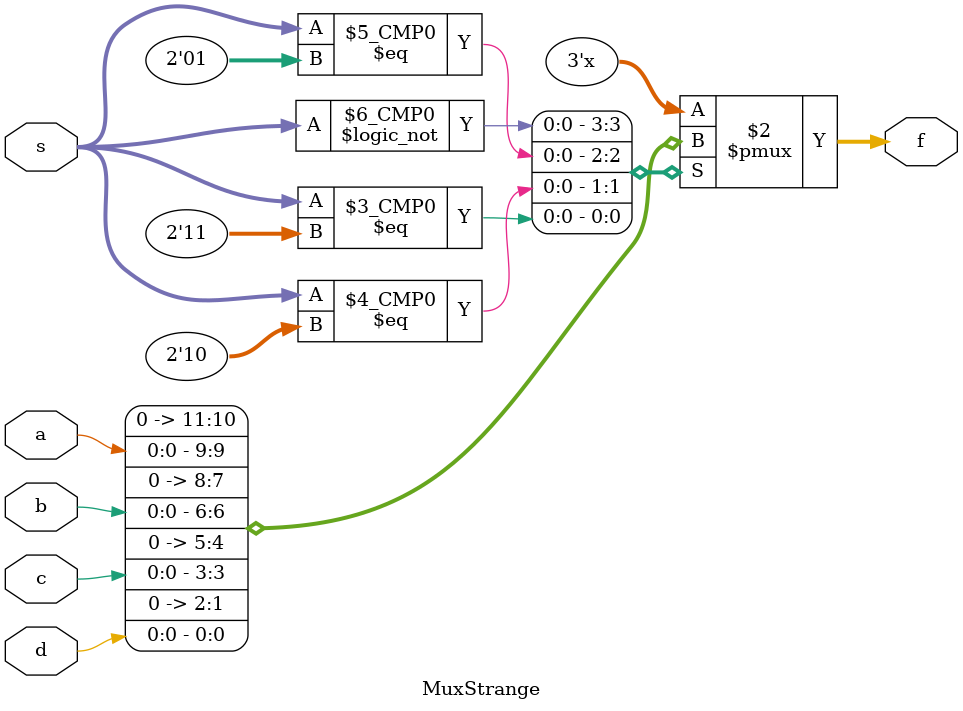
<source format=v>
module MuxStrange #(parameter WIDTH = 1)(a, b, c, d, s, f);
	input [WIDTH-1:0] a,b,c,d;
	input [1:0] s;
	output reg [WIDTH+1:0] f;
	
	always@(*)
		begin
			case(s)
			2'b00: f = a;
			2'b01: f = b;
			2'b10: f = c;
			2'b11: f = d;
			endcase
		end
endmodule
</source>
